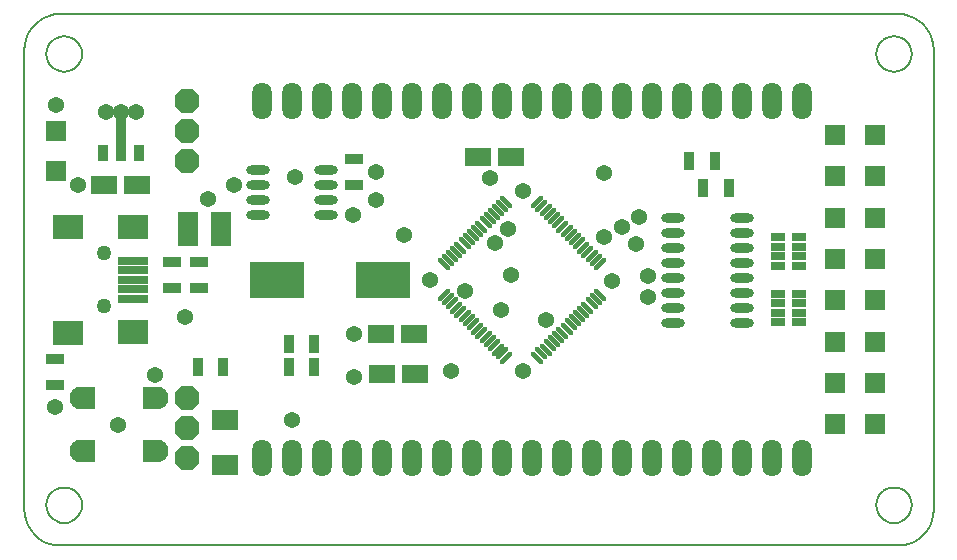
<source format=gbr>
%FSLAX23Y23*%
%MOIN*%
G04 EasyPC Gerber Version 15.0.4 Build 3016 *
%ADD112O,0.06506X0.12411*%
%ADD82R,0.03300X0.05600*%
%ADD83R,0.03300X0.18100*%
%ADD104R,0.03356X0.06112*%
%ADD113R,0.06900X0.11230*%
%AMT103*0 Octagon Pad at angle 0*4,1,8,-0.01673,-0.04040,0.01673,-0.04040,0.04040,-0.01673,0.04040,0.01673,0.01673,0.04040,-0.01673,0.04040,-0.04040,0.01673,-0.04040,-0.01673,-0.01673,-0.04040,0*%
%ADD103T103*%
%AMT79*0 Finger Pad at angle 45*1,1,0.01781,-0.01253,0.01253*1,1,0.01781,0.01253,-0.01253*21,1,0.01781,0.03543,0,0,45*%
%ADD79T79*%
%AMT86*0 Bullet Pad at angle 90*21,1,0.07600,0.04674,0,0,90*%
%ADD86T86*%
%ADD80O,0.07800X0.03100*%
%AMT78*0 Finger Pad at angle 135*1,1,0.01781,-0.01253,-0.01253*1,1,0.01781,0.01253,0.01253*21,1,0.01781,0.03543,0,0,135*%
%ADD78T78*%
%ADD114R,0.04537X0.02569*%
%ADD75R,0.10443X0.02569*%
%ADD106R,0.06900X0.06900*%
%ADD74C,0.00500*%
%ADD12C,0.00787*%
%ADD84R,0.06112X0.03356*%
%ADD105R,0.08600X0.06100*%
%ADD90R,0.08600X0.06900*%
%ADD76R,0.10443X0.08474*%
%ADD102C,0.04943*%
%ADD107C,0.05400*%
%ADD108C,0.05403*%
%ADD81R,0.18317X0.12411*%
%ADD87C,0.07600*%
%AMT88*0 Bullet Pad at angle 270*21,1,0.07600,0.04674,0,0,270*%
%ADD88T88*%
X0Y0D02*
D02*
D12*
X136Y26D02*
X2928D01*
X2946Y28*
X2964Y32*
X2981Y39*
X2997Y49*
X3011Y61*
X3023Y75*
X3033Y91*
X3040Y108*
X3044Y126*
X3046Y144*
Y1678*
X3044Y1696*
X3040Y1715*
X3033Y1732*
X3023Y1748*
X3011Y1763*
X2996Y1775*
X2980Y1785*
X2963Y1792*
X2945Y1796*
X2926Y1798*
X136*
X117Y1796*
X99Y1792*
X81Y1784*
X65Y1774*
X50Y1762*
X38Y1747*
X28Y1731*
X20Y1713*
X16Y1695*
X14Y1676*
Y148*
X16Y129*
X20Y110*
X28Y93*
X38Y76*
X50Y62*
X65Y49*
X81Y39*
X99Y32*
X117Y28*
X136Y26*
D02*
D74*
X148Y219D02*
X135Y218D01*
X123Y213*
X111Y206*
X102Y197*
X95Y186*
X91Y173*
X89Y160*
X91Y147*
X95Y134*
X102Y123*
X111Y114*
X123Y107*
X135Y102*
X148Y101*
X161Y102*
X174Y107*
X185Y114*
X194Y123*
X201Y134*
X206Y147*
X207Y160*
X206Y173*
X201Y186*
X194Y197*
X185Y206*
X174Y213*
X161Y218*
X148Y219*
Y1723D02*
X135Y1721D01*
X123Y1717*
X111Y1710*
X102Y1701*
X95Y1690*
X91Y1677*
X89Y1664*
X91Y1651*
X95Y1638*
X102Y1627*
X111Y1618*
X123Y1611*
X135Y1606*
X148Y1605*
X161Y1606*
X174Y1611*
X185Y1618*
X194Y1627*
X201Y1638*
X206Y1651*
X207Y1664*
X206Y1677*
X201Y1690*
X194Y1701*
X185Y1710*
X174Y1717*
X161Y1721*
X148Y1723*
X2914Y219D02*
X2901Y218D01*
X2889Y213*
X2877Y206*
X2868Y197*
X2861Y186*
X2857Y173*
X2855Y160*
X2857Y147*
X2861Y134*
X2868Y123*
X2877Y114*
X2889Y107*
X2901Y102*
X2914Y101*
X2927Y102*
X2940Y107*
X2951Y114*
X2960Y123*
X2968Y134*
X2972Y147*
X2973Y160*
X2972Y173*
X2968Y186*
X2960Y197*
X2951Y206*
X2940Y213*
X2927Y218*
X2914Y219*
Y1723D02*
X2901Y1721D01*
X2889Y1717*
X2877Y1710*
X2868Y1701*
X2861Y1690*
X2857Y1677*
X2855Y1664*
X2857Y1651*
X2861Y1638*
X2868Y1627*
X2877Y1618*
X2889Y1611*
X2901Y1606*
X2914Y1605*
X2927Y1606*
X2940Y1611*
X2951Y1618*
X2960Y1627*
X2968Y1638*
X2972Y1651*
X2973Y1664*
X2972Y1677*
X2968Y1690*
X2960Y1701*
X2951Y1710*
X2940Y1717*
X2927Y1721*
X2914Y1723*
D02*
D75*
X378Y849D03*
Y880D03*
Y912D03*
Y943D03*
Y975D03*
D02*
D76*
X162Y735D03*
Y1089D03*
X378Y739D03*
Y1089D03*
D02*
D78*
X1413Y860D03*
X1427Y847D03*
X1441Y833D03*
X1455Y819D03*
X1469Y805D03*
X1483Y791D03*
X1497Y777D03*
X1511Y763D03*
X1525Y749D03*
X1539Y735D03*
X1553Y721D03*
X1567Y707D03*
X1581Y693D03*
X1594Y679D03*
X1608Y666D03*
X1622Y652D03*
X1725Y1172D03*
X1739Y1158D03*
X1753Y1144D03*
X1767Y1130D03*
X1781Y1117D03*
X1795Y1103D03*
X1809Y1089D03*
X1823Y1075D03*
X1837Y1061D03*
X1851Y1047D03*
X1864Y1033D03*
X1878Y1019D03*
X1892Y1005D03*
X1906Y991D03*
X1920Y977D03*
X1934Y963D03*
D02*
D79*
X1413D03*
X1427Y977D03*
X1441Y991D03*
X1455Y1005D03*
X1469Y1019D03*
X1483Y1033D03*
X1497Y1047D03*
X1511Y1061D03*
X1525Y1075D03*
X1539Y1089D03*
X1553Y1103D03*
X1567Y1117D03*
X1581Y1130D03*
X1594Y1144D03*
X1608Y1158D03*
X1622Y1172D03*
X1725Y652D03*
X1739Y666D03*
X1753Y679D03*
X1767Y693D03*
X1781Y707D03*
X1795Y721D03*
X1809Y735D03*
X1823Y749D03*
X1837Y763D03*
X1851Y777D03*
X1864Y791D03*
X1878Y805D03*
X1892Y819D03*
X1906Y833D03*
X1920Y847D03*
X1934Y860D03*
D02*
D80*
X794Y1128D03*
Y1178D03*
Y1228D03*
Y1278D03*
X1022Y1128D03*
Y1178D03*
Y1228D03*
Y1278D03*
X2178Y766D03*
Y816D03*
Y866D03*
Y916D03*
Y966D03*
Y1016D03*
Y1066D03*
Y1116D03*
X2406Y766D03*
Y816D03*
Y866D03*
Y916D03*
Y966D03*
Y1016D03*
Y1066D03*
Y1116D03*
D02*
D81*
X857Y912D03*
X1211D03*
D02*
D82*
X278Y1333D03*
X396D03*
D02*
D83*
X337Y1396D03*
D02*
D84*
X117Y562D03*
Y647D03*
X506Y885D03*
Y970D03*
X597Y885D03*
Y970D03*
X1113Y1228D03*
Y1313D03*
D02*
D86*
X226Y341D03*
D02*
D87*
X203D03*
D02*
D86*
X226Y518D03*
D02*
D87*
X203D03*
D02*
D88*
X434Y341D03*
D02*
D87*
X458D03*
D02*
D88*
X434Y518D03*
D02*
D87*
X458D03*
D02*
D90*
X684Y294D03*
Y444D03*
D02*
D102*
X280Y823D03*
Y1001D03*
D02*
D103*
X558Y417D03*
Y1406D03*
X558Y317D03*
Y517D03*
Y1306D03*
Y1506D03*
D02*
D104*
X594Y621D03*
X679D03*
X897D03*
Y699D03*
X982Y621D03*
Y699D03*
X2232Y1306D03*
X2279Y1219D03*
X2317Y1306D03*
X2364Y1219D03*
D02*
D105*
X282Y1228D03*
X392Y1227D03*
X1203Y731D03*
X1207Y597D03*
X1313Y730D03*
X1317Y596D03*
X1526Y1321D03*
X1636Y1320D03*
D02*
D106*
X121Y1274D03*
Y1408D03*
X2717Y430D03*
Y567D03*
Y705D03*
Y843D03*
Y981D03*
Y1119D03*
Y1256D03*
Y1394D03*
X2851Y430D03*
Y567D03*
Y705D03*
Y843D03*
Y981D03*
Y1119D03*
Y1256D03*
Y1394D03*
D02*
D107*
X121Y1495D03*
X195Y1227D03*
X286Y1471D03*
X337D03*
X388D03*
X451Y593D03*
X857Y912D03*
X908Y443D03*
X1211Y912D03*
X1754Y778D03*
D02*
D108*
X117Y487D03*
X329Y428D03*
X550Y786D03*
X628Y1180D03*
X715Y1227D03*
X916Y1254D03*
X1111Y1128D03*
X1113Y589D03*
Y731D03*
X1188Y1178D03*
Y1270D03*
X1282Y1062D03*
X1369Y912D03*
X1436Y609D03*
X1484Y874D03*
X1569Y1251D03*
X1585Y1034D03*
X1605Y810D03*
X1628Y1081D03*
X1636Y928D03*
X1676Y609D03*
Y1207D03*
X1947Y1054D03*
Y1266D03*
X1975Y908D03*
X2006Y1089D03*
X2054Y1030D03*
X2065Y1121D03*
X2093Y853D03*
Y924D03*
D02*
D112*
X808Y317D03*
X808Y1506D03*
X908Y317D03*
X908Y1506D03*
X1008Y317D03*
X1008Y1506D03*
X1108Y317D03*
X1108Y1506D03*
X1208Y317D03*
X1208Y1506D03*
X1308Y317D03*
X1308Y1506D03*
X1408Y317D03*
X1408Y1506D03*
X1508Y317D03*
X1508Y1506D03*
X1608Y317D03*
X1608Y1506D03*
X1708Y317D03*
X1708Y1506D03*
X1808Y317D03*
X1808Y1506D03*
X1908Y317D03*
X1908Y1506D03*
X2008Y317D03*
X2008Y1506D03*
X2108Y317D03*
X2108Y1506D03*
X2208Y317D03*
X2208Y1506D03*
X2308Y317D03*
X2308Y1506D03*
X2408Y317D03*
X2408Y1506D03*
X2508Y317D03*
X2508Y1506D03*
X2608Y317D03*
X2608Y1506D03*
D02*
D113*
X562Y1081D03*
X672D03*
D02*
D114*
X2527Y802D03*
Y833D03*
Y865D03*
Y991D03*
Y1022D03*
Y1054D03*
X2527Y770D03*
Y959D03*
X2597Y770D03*
Y802D03*
Y833D03*
Y865D03*
Y959D03*
Y991D03*
Y1022D03*
Y1054D03*
X0Y0D02*
M02*

</source>
